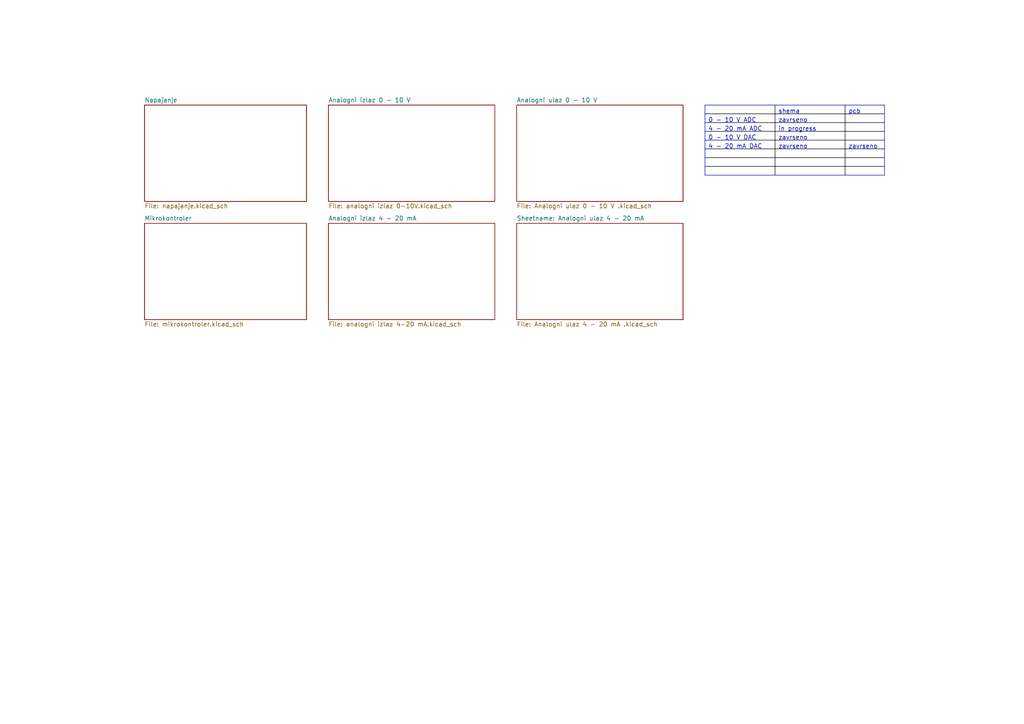
<source format=kicad_sch>
(kicad_sch
	(version 20250114)
	(generator "eeschema")
	(generator_version "9.0")
	(uuid "4769e0ef-0876-4a49-a311-e363f9274cd9")
	(paper "A4")
	(title_block
		(title "Signalni pretvarač")
		(date "2025-05-20")
		(rev "V1")
		(company "TVZ")
	)
	(lib_symbols)
	(table
		(column_count 3)
		(border
			(external yes)
			(header no)
			(stroke
				(width 0)
				(type solid)
				(color 0 0 194 1)
			)
		)
		(separators
			(rows yes)
			(cols yes)
			(stroke
				(width 0)
				(type solid)
				(color 0 0 0 1)
			)
		)
		(column_widths 20.32 20.32 11.43)
		(row_heights 2.54 2.54 2.54 2.54 2.54 2.54 2.54 2.54)
		(cells
			(table_cell ""
				(exclude_from_sim no)
				(at 204.47 30.48 0)
				(size 20.32 2.54)
				(margins 0.9525 0.9525 0.9525 0.9525)
				(span 1 1)
				(fill
					(type none)
				)
				(effects
					(font
						(size 1.27 1.27)
					)
					(justify left top)
				)
				(uuid "f99da426-fe0c-4f14-b0a7-e475abd5e406")
			)
			(table_cell "shema"
				(exclude_from_sim no)
				(at 224.79 30.48 0)
				(size 20.32 2.54)
				(margins 0.9525 0.9525 0.9525 0.9525)
				(span 1 1)
				(fill
					(type none)
				)
				(effects
					(font
						(size 1.27 1.27)
					)
					(justify left top)
				)
				(uuid "a0801697-32e6-47ea-a9e1-85c88d28fbd4")
			)
			(table_cell "pcb"
				(exclude_from_sim no)
				(at 245.11 30.48 0)
				(size 11.43 2.54)
				(margins 0.9525 0.9525 0.9525 0.9525)
				(span 1 1)
				(fill
					(type none)
				)
				(effects
					(font
						(size 1.27 1.27)
					)
					(justify left top)
				)
				(uuid "f60ab88f-e084-4069-a579-5b4387e77a73")
			)
			(table_cell "0 - 10 V ADC"
				(exclude_from_sim no)
				(at 204.47 33.02 0)
				(size 20.32 2.54)
				(margins 0.9525 0.9525 0.9525 0.9525)
				(span 1 1)
				(fill
					(type none)
				)
				(effects
					(font
						(size 1.27 1.27)
					)
					(justify left top)
				)
				(uuid "92f86ccc-e7b7-41ff-8b22-faef3003bfe2")
			)
			(table_cell "zavrseno"
				(exclude_from_sim no)
				(at 224.79 33.02 0)
				(size 20.32 2.54)
				(margins 0.9525 0.9525 0.9525 0.9525)
				(span 1 1)
				(fill
					(type none)
				)
				(effects
					(font
						(size 1.27 1.27)
					)
					(justify left top)
				)
				(uuid "51f3a433-36b8-4bb5-925e-c752e093a13e")
			)
			(table_cell ""
				(exclude_from_sim no)
				(at 245.11 33.02 0)
				(size 11.43 2.54)
				(margins 0.9525 0.9525 0.9525 0.9525)
				(span 1 1)
				(fill
					(type none)
				)
				(effects
					(font
						(size 1.27 1.27)
					)
					(justify left top)
				)
				(uuid "688f7c28-1307-41cc-954d-c7c748de67cc")
			)
			(table_cell "4 - 20 mA ADC"
				(exclude_from_sim no)
				(at 204.47 35.56 0)
				(size 20.32 2.54)
				(margins 0.9525 0.9525 0.9525 0.9525)
				(span 1 1)
				(fill
					(type none)
				)
				(effects
					(font
						(size 1.27 1.27)
					)
					(justify left top)
				)
				(uuid "010a2218-141b-42da-a68e-0ee7ff8f2158")
			)
			(table_cell "in progress"
				(exclude_from_sim no)
				(at 224.79 35.56 0)
				(size 20.32 2.54)
				(margins 0.9525 0.9525 0.9525 0.9525)
				(span 1 1)
				(fill
					(type none)
				)
				(effects
					(font
						(size 1.27 1.27)
					)
					(justify left top)
				)
				(uuid "a14a54b7-7d6d-490c-8807-63c8f0be176c")
			)
			(table_cell ""
				(exclude_from_sim no)
				(at 245.11 35.56 0)
				(size 11.43 2.54)
				(margins 0.9525 0.9525 0.9525 0.9525)
				(span 1 1)
				(fill
					(type none)
				)
				(effects
					(font
						(size 1.27 1.27)
					)
					(justify left top)
				)
				(uuid "f8652946-8d57-440c-904e-24e1418064b2")
			)
			(table_cell "0 - 10 V DAC "
				(exclude_from_sim no)
				(at 204.47 38.1 0)
				(size 20.32 2.54)
				(margins 0.9525 0.9525 0.9525 0.9525)
				(span 1 1)
				(fill
					(type none)
				)
				(effects
					(font
						(size 1.27 1.27)
					)
					(justify left top)
				)
				(uuid "b8c0c5fa-8254-4f25-a5a6-d9f031c46143")
			)
			(table_cell "zavrseno"
				(exclude_from_sim no)
				(at 224.79 38.1 0)
				(size 20.32 2.54)
				(margins 0.9525 0.9525 0.9525 0.9525)
				(span 1 1)
				(fill
					(type none)
				)
				(effects
					(font
						(size 1.27 1.27)
					)
					(justify left top)
				)
				(uuid "237f25e9-38dc-4fb0-8b8d-21b2c4bd6083")
			)
			(table_cell ""
				(exclude_from_sim no)
				(at 245.11 38.1 0)
				(size 11.43 2.54)
				(margins 0.9525 0.9525 0.9525 0.9525)
				(span 1 1)
				(fill
					(type none)
				)
				(effects
					(font
						(size 1.27 1.27)
					)
					(justify left top)
				)
				(uuid "fbbf1cf7-29cf-4af9-8a6f-bf329870e3f7")
			)
			(table_cell "4 - 20 mA DAC"
				(exclude_from_sim no)
				(at 204.47 40.64 0)
				(size 20.32 2.54)
				(margins 0.9525 0.9525 0.9525 0.9525)
				(span 1 1)
				(fill
					(type none)
				)
				(effects
					(font
						(size 1.27 1.27)
					)
					(justify left top)
				)
				(uuid "2e00f859-d12e-41f2-93e9-32e77862ac4d")
			)
			(table_cell "zavrseno"
				(exclude_from_sim no)
				(at 224.79 40.64 0)
				(size 20.32 2.54)
				(margins 0.9525 0.9525 0.9525 0.9525)
				(span 1 1)
				(fill
					(type none)
				)
				(effects
					(font
						(size 1.27 1.27)
					)
					(justify left top)
				)
				(uuid "56733aff-e4b1-4d23-ab06-a21163ebf6fb")
			)
			(table_cell "zavrseno"
				(exclude_from_sim no)
				(at 245.11 40.64 0)
				(size 11.43 2.54)
				(margins 0.9525 0.9525 0.9525 0.9525)
				(span 1 1)
				(fill
					(type none)
				)
				(effects
					(font
						(size 1.27 1.27)
					)
					(justify left top)
				)
				(uuid "bb58c985-e4a2-4b29-a36b-6a9e3777c8d7")
			)
			(table_cell ""
				(exclude_from_sim no)
				(at 204.47 43.18 0)
				(size 20.32 2.54)
				(margins 0.9525 0.9525 0.9525 0.9525)
				(span 1 1)
				(fill
					(type none)
				)
				(effects
					(font
						(size 1.27 1.27)
					)
					(justify left top)
				)
				(uuid "6eddb6af-5181-41e6-98ca-95b332b29530")
			)
			(table_cell ""
				(exclude_from_sim no)
				(at 224.79 43.18 0)
				(size 20.32 2.54)
				(margins 0.9525 0.9525 0.9525 0.9525)
				(span 1 1)
				(fill
					(type none)
				)
				(effects
					(font
						(size 1.27 1.27)
					)
					(justify left top)
				)
				(uuid "94293fa8-c083-4b0d-9e71-1c94b77d3c56")
			)
			(table_cell ""
				(exclude_from_sim no)
				(at 245.11 43.18 0)
				(size 11.43 2.54)
				(margins 0.9525 0.9525 0.9525 0.9525)
				(span 1 1)
				(fill
					(type none)
				)
				(effects
					(font
						(size 1.27 1.27)
					)
					(justify left top)
				)
				(uuid "e2c6b41c-3f6c-485a-9f10-3e688c3ae52a")
			)
			(table_cell ""
				(exclude_from_sim no)
				(at 204.47 45.72 0)
				(size 20.32 2.54)
				(margins 0.9525 0.9525 0.9525 0.9525)
				(span 1 1)
				(fill
					(type none)
				)
				(effects
					(font
						(size 1.27 1.27)
					)
					(justify left top)
				)
				(uuid "bf6f955b-ad1a-421d-a234-5c5b9b2c4616")
			)
			(table_cell ""
				(exclude_from_sim no)
				(at 224.79 45.72 0)
				(size 20.32 2.54)
				(margins 0.9525 0.9525 0.9525 0.9525)
				(span 1 1)
				(fill
					(type none)
				)
				(effects
					(font
						(size 1.27 1.27)
					)
					(justify left top)
				)
				(uuid "687595bb-1255-439a-a298-7014957df1ba")
			)
			(table_cell ""
				(exclude_from_sim no)
				(at 245.11 45.72 0)
				(size 11.43 2.54)
				(margins 0.9525 0.9525 0.9525 0.9525)
				(span 1 1)
				(fill
					(type none)
				)
				(effects
					(font
						(size 1.27 1.27)
					)
					(justify left top)
				)
				(uuid "212d0b41-6d0a-4a7e-94fd-80770240e587")
			)
			(table_cell ""
				(exclude_from_sim no)
				(at 204.47 48.26 0)
				(size 20.32 2.54)
				(margins 0.9525 0.9525 0.9525 0.9525)
				(span 1 1)
				(fill
					(type none)
				)
				(effects
					(font
						(size 1.27 1.27)
					)
					(justify left top)
				)
				(uuid "7e7ed000-e7fb-426d-a150-e1df3630502f")
			)
			(table_cell ""
				(exclude_from_sim no)
				(at 224.79 48.26 0)
				(size 20.32 2.54)
				(margins 0.9525 0.9525 0.9525 0.9525)
				(span 1 1)
				(fill
					(type none)
				)
				(effects
					(font
						(size 1.27 1.27)
					)
					(justify left top)
				)
				(uuid "111bdaf5-3bd3-4459-aa2c-120e48070869")
			)
			(table_cell ""
				(exclude_from_sim no)
				(at 245.11 48.26 0)
				(size 11.43 2.54)
				(margins 0.9525 0.9525 0.9525 0.9525)
				(span 1 1)
				(fill
					(type none)
				)
				(effects
					(font
						(size 1.27 1.27)
					)
					(justify left top)
				)
				(uuid "fc063938-efc9-48fa-a684-c4ef53489af6")
			)
		)
	)
	(sheet
		(at 95.25 30.48)
		(size 48.26 27.94)
		(exclude_from_sim no)
		(in_bom yes)
		(on_board yes)
		(dnp no)
		(fields_autoplaced yes)
		(stroke
			(width 0.1524)
			(type solid)
		)
		(fill
			(color 0 0 0 0.0000)
		)
		(uuid "10b36c11-0fe6-4798-ac44-f3481943baa4")
		(property "Sheetname" "Analogni izlaz 0 - 10 V"
			(at 95.25 29.7684 0)
			(effects
				(font
					(size 1.27 1.27)
				)
				(justify left bottom)
			)
		)
		(property "Sheetfile" "analogni izlaz 0-10V.kicad_sch"
			(at 95.25 59.0046 0)
			(effects
				(font
					(size 1.27 1.27)
				)
				(justify left top)
			)
		)
		(instances
			(project "napajanje1"
				(path "/4769e0ef-0876-4a49-a311-e363f9274cd9"
					(page "5")
				)
			)
		)
	)
	(sheet
		(at 95.25 64.77)
		(size 48.26 27.94)
		(exclude_from_sim no)
		(in_bom yes)
		(on_board yes)
		(dnp no)
		(fields_autoplaced yes)
		(stroke
			(width 0.1524)
			(type solid)
		)
		(fill
			(color 0 0 0 0.0000)
		)
		(uuid "16bb6249-6a78-4002-99a6-274873847ef8")
		(property "Sheetname" "Analogni izlaz 4 - 20 mA"
			(at 95.25 64.0584 0)
			(effects
				(font
					(size 1.27 1.27)
				)
				(justify left bottom)
			)
		)
		(property "Sheetfile" "analogni izlaz 4-20 mA.kicad_sch"
			(at 95.25 93.2946 0)
			(effects
				(font
					(size 1.27 1.27)
				)
				(justify left top)
			)
		)
		(property "Field2" ""
			(at 95.25 64.77 0)
			(effects
				(font
					(size 1.27 1.27)
				)
			)
		)
		(instances
			(project "napajanje1"
				(path "/4769e0ef-0876-4a49-a311-e363f9274cd9"
					(page "4")
				)
			)
		)
	)
	(sheet
		(at 149.86 30.48)
		(size 48.26 27.94)
		(exclude_from_sim no)
		(in_bom yes)
		(on_board yes)
		(dnp no)
		(fields_autoplaced yes)
		(stroke
			(width 0.1524)
			(type solid)
		)
		(fill
			(color 0 0 0 0.0000)
		)
		(uuid "6f52980d-58aa-4113-88ae-4a9f16127347")
		(property "Sheetname" "Analogni ulaz 0 - 10 V"
			(at 149.86 29.7684 0)
			(effects
				(font
					(size 1.27 1.27)
				)
				(justify left bottom)
			)
		)
		(property "Sheetfile" "Analogni ulaz 0 - 10 V .kicad_sch"
			(at 149.86 59.0046 0)
			(effects
				(font
					(size 1.27 1.27)
				)
				(justify left top)
			)
		)
		(property "Field2" ""
			(at 149.86 30.48 0)
			(effects
				(font
					(size 1.27 1.27)
				)
			)
		)
		(instances
			(project "napajanje1"
				(path "/4769e0ef-0876-4a49-a311-e363f9274cd9"
					(page "3")
				)
			)
		)
	)
	(sheet
		(at 41.91 30.48)
		(size 46.99 27.94)
		(exclude_from_sim no)
		(in_bom yes)
		(on_board yes)
		(dnp no)
		(fields_autoplaced yes)
		(stroke
			(width 0.1524)
			(type solid)
		)
		(fill
			(color 0 0 0 0.0000)
		)
		(uuid "73dc84a5-fb04-4d0f-8942-33ee4a12c021")
		(property "Sheetname" "Napajanje"
			(at 41.91 29.7684 0)
			(effects
				(font
					(size 1.27 1.27)
				)
				(justify left bottom)
			)
		)
		(property "Sheetfile" "napajanje.kicad_sch"
			(at 41.91 59.0046 0)
			(effects
				(font
					(size 1.27 1.27)
				)
				(justify left top)
			)
		)
		(instances
			(project "napajanje1"
				(path "/4769e0ef-0876-4a49-a311-e363f9274cd9"
					(page "2")
				)
			)
		)
	)
	(sheet
		(at 149.86 64.77)
		(size 48.26 27.94)
		(exclude_from_sim no)
		(in_bom yes)
		(on_board yes)
		(dnp no)
		(fields_autoplaced yes)
		(stroke
			(width 0.1524)
			(type solid)
		)
		(fill
			(color 0 0 0 0.0000)
		)
		(uuid "9188e34f-d7af-4250-96b2-4c979d57981d")
		(property "Sheetname" "Analogni ulaz 4 - 20 mA"
			(at 149.86 64.0584 0)
			(show_name yes)
			(effects
				(font
					(size 1.27 1.27)
				)
				(justify left bottom)
			)
		)
		(property "Sheetfile" "Analogni ulaz 4 - 20 mA .kicad_sch"
			(at 149.86 93.2946 0)
			(effects
				(font
					(size 1.27 1.27)
				)
				(justify left top)
			)
		)
		(instances
			(project "napajanje1"
				(path "/4769e0ef-0876-4a49-a311-e363f9274cd9"
					(page "7")
				)
			)
		)
	)
	(sheet
		(at 41.91 64.77)
		(size 46.99 27.94)
		(exclude_from_sim no)
		(in_bom yes)
		(on_board yes)
		(dnp no)
		(fields_autoplaced yes)
		(stroke
			(width 0.1524)
			(type solid)
		)
		(fill
			(color 0 0 0 0.0000)
		)
		(uuid "b023e5f5-7601-4a1d-afb6-d0303ca7fbc3")
		(property "Sheetname" "Mikrokontroler"
			(at 41.91 64.0584 0)
			(effects
				(font
					(size 1.27 1.27)
				)
				(justify left bottom)
			)
		)
		(property "Sheetfile" "mikrokontroler.kicad_sch"
			(at 41.91 93.2946 0)
			(effects
				(font
					(size 1.27 1.27)
				)
				(justify left top)
			)
		)
		(instances
			(project "napajanje1"
				(path "/4769e0ef-0876-4a49-a311-e363f9274cd9"
					(page "6")
				)
			)
		)
	)
	(sheet_instances
		(path "/"
			(page "1")
		)
	)
	(embedded_fonts no)
)

</source>
